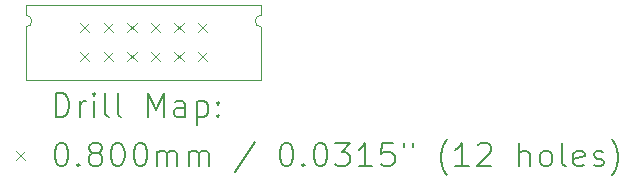
<source format=gbr>
%TF.GenerationSoftware,KiCad,Pcbnew,7.0.9*%
%TF.CreationDate,2024-04-15T16:09:05-07:00*%
%TF.ProjectId,CANBUSswitch,43414e42-5553-4737-9769-7463682e6b69,rev?*%
%TF.SameCoordinates,Original*%
%TF.FileFunction,Drillmap*%
%TF.FilePolarity,Positive*%
%FSLAX45Y45*%
G04 Gerber Fmt 4.5, Leading zero omitted, Abs format (unit mm)*
G04 Created by KiCad (PCBNEW 7.0.9) date 2024-04-15 16:09:05*
%MOMM*%
%LPD*%
G01*
G04 APERTURE LIST*
%ADD10C,0.100000*%
%ADD11C,0.200000*%
G04 APERTURE END LIST*
D10*
X18161000Y-3644900D02*
X20154900Y-3644900D01*
X20154900Y-3733800D02*
G75*
G03*
X20154900Y-3835400I0J-50800D01*
G01*
X20154900Y-3644900D02*
X20154900Y-3733800D01*
X20154900Y-4279900D02*
X18669000Y-4279900D01*
X18161000Y-4279900D02*
X18161000Y-3835400D01*
X18669000Y-4279900D02*
X18161000Y-4279900D01*
X18161000Y-3835400D02*
G75*
G03*
X18161000Y-3733800I0J50800D01*
G01*
X18161000Y-3733800D02*
X18161000Y-3644900D01*
X20154900Y-3835400D02*
X20154900Y-4279900D01*
D11*
D10*
X18619600Y-3797400D02*
X18699600Y-3877400D01*
X18699600Y-3797400D02*
X18619600Y-3877400D01*
X18619600Y-4047400D02*
X18699600Y-4127400D01*
X18699600Y-4047400D02*
X18619600Y-4127400D01*
X18819600Y-3797400D02*
X18899600Y-3877400D01*
X18899600Y-3797400D02*
X18819600Y-3877400D01*
X18819600Y-4047400D02*
X18899600Y-4127400D01*
X18899600Y-4047400D02*
X18819600Y-4127400D01*
X19019600Y-3797400D02*
X19099600Y-3877400D01*
X19099600Y-3797400D02*
X19019600Y-3877400D01*
X19019600Y-4047400D02*
X19099600Y-4127400D01*
X19099600Y-4047400D02*
X19019600Y-4127400D01*
X19219600Y-3797400D02*
X19299600Y-3877400D01*
X19299600Y-3797400D02*
X19219600Y-3877400D01*
X19219600Y-4047400D02*
X19299600Y-4127400D01*
X19299600Y-4047400D02*
X19219600Y-4127400D01*
X19419600Y-3797400D02*
X19499600Y-3877400D01*
X19499600Y-3797400D02*
X19419600Y-3877400D01*
X19419600Y-4047400D02*
X19499600Y-4127400D01*
X19499600Y-4047400D02*
X19419600Y-4127400D01*
X19619600Y-3797400D02*
X19699600Y-3877400D01*
X19699600Y-3797400D02*
X19619600Y-3877400D01*
X19619600Y-4047400D02*
X19699600Y-4127400D01*
X19699600Y-4047400D02*
X19619600Y-4127400D01*
D11*
X18416777Y-4596384D02*
X18416777Y-4396384D01*
X18416777Y-4396384D02*
X18464396Y-4396384D01*
X18464396Y-4396384D02*
X18492967Y-4405908D01*
X18492967Y-4405908D02*
X18512015Y-4424955D01*
X18512015Y-4424955D02*
X18521539Y-4444003D01*
X18521539Y-4444003D02*
X18531063Y-4482098D01*
X18531063Y-4482098D02*
X18531063Y-4510670D01*
X18531063Y-4510670D02*
X18521539Y-4548765D01*
X18521539Y-4548765D02*
X18512015Y-4567812D01*
X18512015Y-4567812D02*
X18492967Y-4586860D01*
X18492967Y-4586860D02*
X18464396Y-4596384D01*
X18464396Y-4596384D02*
X18416777Y-4596384D01*
X18616777Y-4596384D02*
X18616777Y-4463050D01*
X18616777Y-4501146D02*
X18626301Y-4482098D01*
X18626301Y-4482098D02*
X18635824Y-4472574D01*
X18635824Y-4472574D02*
X18654872Y-4463050D01*
X18654872Y-4463050D02*
X18673920Y-4463050D01*
X18740586Y-4596384D02*
X18740586Y-4463050D01*
X18740586Y-4396384D02*
X18731063Y-4405908D01*
X18731063Y-4405908D02*
X18740586Y-4415431D01*
X18740586Y-4415431D02*
X18750110Y-4405908D01*
X18750110Y-4405908D02*
X18740586Y-4396384D01*
X18740586Y-4396384D02*
X18740586Y-4415431D01*
X18864396Y-4596384D02*
X18845348Y-4586860D01*
X18845348Y-4586860D02*
X18835824Y-4567812D01*
X18835824Y-4567812D02*
X18835824Y-4396384D01*
X18969158Y-4596384D02*
X18950110Y-4586860D01*
X18950110Y-4586860D02*
X18940586Y-4567812D01*
X18940586Y-4567812D02*
X18940586Y-4396384D01*
X19197729Y-4596384D02*
X19197729Y-4396384D01*
X19197729Y-4396384D02*
X19264396Y-4539241D01*
X19264396Y-4539241D02*
X19331063Y-4396384D01*
X19331063Y-4396384D02*
X19331063Y-4596384D01*
X19512015Y-4596384D02*
X19512015Y-4491622D01*
X19512015Y-4491622D02*
X19502491Y-4472574D01*
X19502491Y-4472574D02*
X19483444Y-4463050D01*
X19483444Y-4463050D02*
X19445348Y-4463050D01*
X19445348Y-4463050D02*
X19426301Y-4472574D01*
X19512015Y-4586860D02*
X19492967Y-4596384D01*
X19492967Y-4596384D02*
X19445348Y-4596384D01*
X19445348Y-4596384D02*
X19426301Y-4586860D01*
X19426301Y-4586860D02*
X19416777Y-4567812D01*
X19416777Y-4567812D02*
X19416777Y-4548765D01*
X19416777Y-4548765D02*
X19426301Y-4529717D01*
X19426301Y-4529717D02*
X19445348Y-4520193D01*
X19445348Y-4520193D02*
X19492967Y-4520193D01*
X19492967Y-4520193D02*
X19512015Y-4510670D01*
X19607253Y-4463050D02*
X19607253Y-4663050D01*
X19607253Y-4472574D02*
X19626301Y-4463050D01*
X19626301Y-4463050D02*
X19664396Y-4463050D01*
X19664396Y-4463050D02*
X19683444Y-4472574D01*
X19683444Y-4472574D02*
X19692967Y-4482098D01*
X19692967Y-4482098D02*
X19702491Y-4501146D01*
X19702491Y-4501146D02*
X19702491Y-4558289D01*
X19702491Y-4558289D02*
X19692967Y-4577336D01*
X19692967Y-4577336D02*
X19683444Y-4586860D01*
X19683444Y-4586860D02*
X19664396Y-4596384D01*
X19664396Y-4596384D02*
X19626301Y-4596384D01*
X19626301Y-4596384D02*
X19607253Y-4586860D01*
X19788205Y-4577336D02*
X19797729Y-4586860D01*
X19797729Y-4586860D02*
X19788205Y-4596384D01*
X19788205Y-4596384D02*
X19778682Y-4586860D01*
X19778682Y-4586860D02*
X19788205Y-4577336D01*
X19788205Y-4577336D02*
X19788205Y-4596384D01*
X19788205Y-4472574D02*
X19797729Y-4482098D01*
X19797729Y-4482098D02*
X19788205Y-4491622D01*
X19788205Y-4491622D02*
X19778682Y-4482098D01*
X19778682Y-4482098D02*
X19788205Y-4472574D01*
X19788205Y-4472574D02*
X19788205Y-4491622D01*
D10*
X18076000Y-4884900D02*
X18156000Y-4964900D01*
X18156000Y-4884900D02*
X18076000Y-4964900D01*
D11*
X18454872Y-4816384D02*
X18473920Y-4816384D01*
X18473920Y-4816384D02*
X18492967Y-4825908D01*
X18492967Y-4825908D02*
X18502491Y-4835431D01*
X18502491Y-4835431D02*
X18512015Y-4854479D01*
X18512015Y-4854479D02*
X18521539Y-4892574D01*
X18521539Y-4892574D02*
X18521539Y-4940193D01*
X18521539Y-4940193D02*
X18512015Y-4978289D01*
X18512015Y-4978289D02*
X18502491Y-4997336D01*
X18502491Y-4997336D02*
X18492967Y-5006860D01*
X18492967Y-5006860D02*
X18473920Y-5016384D01*
X18473920Y-5016384D02*
X18454872Y-5016384D01*
X18454872Y-5016384D02*
X18435824Y-5006860D01*
X18435824Y-5006860D02*
X18426301Y-4997336D01*
X18426301Y-4997336D02*
X18416777Y-4978289D01*
X18416777Y-4978289D02*
X18407253Y-4940193D01*
X18407253Y-4940193D02*
X18407253Y-4892574D01*
X18407253Y-4892574D02*
X18416777Y-4854479D01*
X18416777Y-4854479D02*
X18426301Y-4835431D01*
X18426301Y-4835431D02*
X18435824Y-4825908D01*
X18435824Y-4825908D02*
X18454872Y-4816384D01*
X18607253Y-4997336D02*
X18616777Y-5006860D01*
X18616777Y-5006860D02*
X18607253Y-5016384D01*
X18607253Y-5016384D02*
X18597729Y-5006860D01*
X18597729Y-5006860D02*
X18607253Y-4997336D01*
X18607253Y-4997336D02*
X18607253Y-5016384D01*
X18731063Y-4902098D02*
X18712015Y-4892574D01*
X18712015Y-4892574D02*
X18702491Y-4883050D01*
X18702491Y-4883050D02*
X18692967Y-4864003D01*
X18692967Y-4864003D02*
X18692967Y-4854479D01*
X18692967Y-4854479D02*
X18702491Y-4835431D01*
X18702491Y-4835431D02*
X18712015Y-4825908D01*
X18712015Y-4825908D02*
X18731063Y-4816384D01*
X18731063Y-4816384D02*
X18769158Y-4816384D01*
X18769158Y-4816384D02*
X18788205Y-4825908D01*
X18788205Y-4825908D02*
X18797729Y-4835431D01*
X18797729Y-4835431D02*
X18807253Y-4854479D01*
X18807253Y-4854479D02*
X18807253Y-4864003D01*
X18807253Y-4864003D02*
X18797729Y-4883050D01*
X18797729Y-4883050D02*
X18788205Y-4892574D01*
X18788205Y-4892574D02*
X18769158Y-4902098D01*
X18769158Y-4902098D02*
X18731063Y-4902098D01*
X18731063Y-4902098D02*
X18712015Y-4911622D01*
X18712015Y-4911622D02*
X18702491Y-4921146D01*
X18702491Y-4921146D02*
X18692967Y-4940193D01*
X18692967Y-4940193D02*
X18692967Y-4978289D01*
X18692967Y-4978289D02*
X18702491Y-4997336D01*
X18702491Y-4997336D02*
X18712015Y-5006860D01*
X18712015Y-5006860D02*
X18731063Y-5016384D01*
X18731063Y-5016384D02*
X18769158Y-5016384D01*
X18769158Y-5016384D02*
X18788205Y-5006860D01*
X18788205Y-5006860D02*
X18797729Y-4997336D01*
X18797729Y-4997336D02*
X18807253Y-4978289D01*
X18807253Y-4978289D02*
X18807253Y-4940193D01*
X18807253Y-4940193D02*
X18797729Y-4921146D01*
X18797729Y-4921146D02*
X18788205Y-4911622D01*
X18788205Y-4911622D02*
X18769158Y-4902098D01*
X18931063Y-4816384D02*
X18950110Y-4816384D01*
X18950110Y-4816384D02*
X18969158Y-4825908D01*
X18969158Y-4825908D02*
X18978682Y-4835431D01*
X18978682Y-4835431D02*
X18988205Y-4854479D01*
X18988205Y-4854479D02*
X18997729Y-4892574D01*
X18997729Y-4892574D02*
X18997729Y-4940193D01*
X18997729Y-4940193D02*
X18988205Y-4978289D01*
X18988205Y-4978289D02*
X18978682Y-4997336D01*
X18978682Y-4997336D02*
X18969158Y-5006860D01*
X18969158Y-5006860D02*
X18950110Y-5016384D01*
X18950110Y-5016384D02*
X18931063Y-5016384D01*
X18931063Y-5016384D02*
X18912015Y-5006860D01*
X18912015Y-5006860D02*
X18902491Y-4997336D01*
X18902491Y-4997336D02*
X18892967Y-4978289D01*
X18892967Y-4978289D02*
X18883444Y-4940193D01*
X18883444Y-4940193D02*
X18883444Y-4892574D01*
X18883444Y-4892574D02*
X18892967Y-4854479D01*
X18892967Y-4854479D02*
X18902491Y-4835431D01*
X18902491Y-4835431D02*
X18912015Y-4825908D01*
X18912015Y-4825908D02*
X18931063Y-4816384D01*
X19121539Y-4816384D02*
X19140586Y-4816384D01*
X19140586Y-4816384D02*
X19159634Y-4825908D01*
X19159634Y-4825908D02*
X19169158Y-4835431D01*
X19169158Y-4835431D02*
X19178682Y-4854479D01*
X19178682Y-4854479D02*
X19188205Y-4892574D01*
X19188205Y-4892574D02*
X19188205Y-4940193D01*
X19188205Y-4940193D02*
X19178682Y-4978289D01*
X19178682Y-4978289D02*
X19169158Y-4997336D01*
X19169158Y-4997336D02*
X19159634Y-5006860D01*
X19159634Y-5006860D02*
X19140586Y-5016384D01*
X19140586Y-5016384D02*
X19121539Y-5016384D01*
X19121539Y-5016384D02*
X19102491Y-5006860D01*
X19102491Y-5006860D02*
X19092967Y-4997336D01*
X19092967Y-4997336D02*
X19083444Y-4978289D01*
X19083444Y-4978289D02*
X19073920Y-4940193D01*
X19073920Y-4940193D02*
X19073920Y-4892574D01*
X19073920Y-4892574D02*
X19083444Y-4854479D01*
X19083444Y-4854479D02*
X19092967Y-4835431D01*
X19092967Y-4835431D02*
X19102491Y-4825908D01*
X19102491Y-4825908D02*
X19121539Y-4816384D01*
X19273920Y-5016384D02*
X19273920Y-4883050D01*
X19273920Y-4902098D02*
X19283444Y-4892574D01*
X19283444Y-4892574D02*
X19302491Y-4883050D01*
X19302491Y-4883050D02*
X19331063Y-4883050D01*
X19331063Y-4883050D02*
X19350110Y-4892574D01*
X19350110Y-4892574D02*
X19359634Y-4911622D01*
X19359634Y-4911622D02*
X19359634Y-5016384D01*
X19359634Y-4911622D02*
X19369158Y-4892574D01*
X19369158Y-4892574D02*
X19388205Y-4883050D01*
X19388205Y-4883050D02*
X19416777Y-4883050D01*
X19416777Y-4883050D02*
X19435825Y-4892574D01*
X19435825Y-4892574D02*
X19445348Y-4911622D01*
X19445348Y-4911622D02*
X19445348Y-5016384D01*
X19540586Y-5016384D02*
X19540586Y-4883050D01*
X19540586Y-4902098D02*
X19550110Y-4892574D01*
X19550110Y-4892574D02*
X19569158Y-4883050D01*
X19569158Y-4883050D02*
X19597729Y-4883050D01*
X19597729Y-4883050D02*
X19616777Y-4892574D01*
X19616777Y-4892574D02*
X19626301Y-4911622D01*
X19626301Y-4911622D02*
X19626301Y-5016384D01*
X19626301Y-4911622D02*
X19635825Y-4892574D01*
X19635825Y-4892574D02*
X19654872Y-4883050D01*
X19654872Y-4883050D02*
X19683444Y-4883050D01*
X19683444Y-4883050D02*
X19702491Y-4892574D01*
X19702491Y-4892574D02*
X19712015Y-4911622D01*
X19712015Y-4911622D02*
X19712015Y-5016384D01*
X20102491Y-4806860D02*
X19931063Y-5064003D01*
X20359634Y-4816384D02*
X20378682Y-4816384D01*
X20378682Y-4816384D02*
X20397729Y-4825908D01*
X20397729Y-4825908D02*
X20407253Y-4835431D01*
X20407253Y-4835431D02*
X20416777Y-4854479D01*
X20416777Y-4854479D02*
X20426301Y-4892574D01*
X20426301Y-4892574D02*
X20426301Y-4940193D01*
X20426301Y-4940193D02*
X20416777Y-4978289D01*
X20416777Y-4978289D02*
X20407253Y-4997336D01*
X20407253Y-4997336D02*
X20397729Y-5006860D01*
X20397729Y-5006860D02*
X20378682Y-5016384D01*
X20378682Y-5016384D02*
X20359634Y-5016384D01*
X20359634Y-5016384D02*
X20340587Y-5006860D01*
X20340587Y-5006860D02*
X20331063Y-4997336D01*
X20331063Y-4997336D02*
X20321539Y-4978289D01*
X20321539Y-4978289D02*
X20312015Y-4940193D01*
X20312015Y-4940193D02*
X20312015Y-4892574D01*
X20312015Y-4892574D02*
X20321539Y-4854479D01*
X20321539Y-4854479D02*
X20331063Y-4835431D01*
X20331063Y-4835431D02*
X20340587Y-4825908D01*
X20340587Y-4825908D02*
X20359634Y-4816384D01*
X20512015Y-4997336D02*
X20521539Y-5006860D01*
X20521539Y-5006860D02*
X20512015Y-5016384D01*
X20512015Y-5016384D02*
X20502491Y-5006860D01*
X20502491Y-5006860D02*
X20512015Y-4997336D01*
X20512015Y-4997336D02*
X20512015Y-5016384D01*
X20645348Y-4816384D02*
X20664396Y-4816384D01*
X20664396Y-4816384D02*
X20683444Y-4825908D01*
X20683444Y-4825908D02*
X20692968Y-4835431D01*
X20692968Y-4835431D02*
X20702491Y-4854479D01*
X20702491Y-4854479D02*
X20712015Y-4892574D01*
X20712015Y-4892574D02*
X20712015Y-4940193D01*
X20712015Y-4940193D02*
X20702491Y-4978289D01*
X20702491Y-4978289D02*
X20692968Y-4997336D01*
X20692968Y-4997336D02*
X20683444Y-5006860D01*
X20683444Y-5006860D02*
X20664396Y-5016384D01*
X20664396Y-5016384D02*
X20645348Y-5016384D01*
X20645348Y-5016384D02*
X20626301Y-5006860D01*
X20626301Y-5006860D02*
X20616777Y-4997336D01*
X20616777Y-4997336D02*
X20607253Y-4978289D01*
X20607253Y-4978289D02*
X20597729Y-4940193D01*
X20597729Y-4940193D02*
X20597729Y-4892574D01*
X20597729Y-4892574D02*
X20607253Y-4854479D01*
X20607253Y-4854479D02*
X20616777Y-4835431D01*
X20616777Y-4835431D02*
X20626301Y-4825908D01*
X20626301Y-4825908D02*
X20645348Y-4816384D01*
X20778682Y-4816384D02*
X20902491Y-4816384D01*
X20902491Y-4816384D02*
X20835825Y-4892574D01*
X20835825Y-4892574D02*
X20864396Y-4892574D01*
X20864396Y-4892574D02*
X20883444Y-4902098D01*
X20883444Y-4902098D02*
X20892968Y-4911622D01*
X20892968Y-4911622D02*
X20902491Y-4930670D01*
X20902491Y-4930670D02*
X20902491Y-4978289D01*
X20902491Y-4978289D02*
X20892968Y-4997336D01*
X20892968Y-4997336D02*
X20883444Y-5006860D01*
X20883444Y-5006860D02*
X20864396Y-5016384D01*
X20864396Y-5016384D02*
X20807253Y-5016384D01*
X20807253Y-5016384D02*
X20788206Y-5006860D01*
X20788206Y-5006860D02*
X20778682Y-4997336D01*
X21092968Y-5016384D02*
X20978682Y-5016384D01*
X21035825Y-5016384D02*
X21035825Y-4816384D01*
X21035825Y-4816384D02*
X21016777Y-4844955D01*
X21016777Y-4844955D02*
X20997729Y-4864003D01*
X20997729Y-4864003D02*
X20978682Y-4873527D01*
X21273920Y-4816384D02*
X21178682Y-4816384D01*
X21178682Y-4816384D02*
X21169158Y-4911622D01*
X21169158Y-4911622D02*
X21178682Y-4902098D01*
X21178682Y-4902098D02*
X21197729Y-4892574D01*
X21197729Y-4892574D02*
X21245349Y-4892574D01*
X21245349Y-4892574D02*
X21264396Y-4902098D01*
X21264396Y-4902098D02*
X21273920Y-4911622D01*
X21273920Y-4911622D02*
X21283444Y-4930670D01*
X21283444Y-4930670D02*
X21283444Y-4978289D01*
X21283444Y-4978289D02*
X21273920Y-4997336D01*
X21273920Y-4997336D02*
X21264396Y-5006860D01*
X21264396Y-5006860D02*
X21245349Y-5016384D01*
X21245349Y-5016384D02*
X21197729Y-5016384D01*
X21197729Y-5016384D02*
X21178682Y-5006860D01*
X21178682Y-5006860D02*
X21169158Y-4997336D01*
X21359634Y-4816384D02*
X21359634Y-4854479D01*
X21435825Y-4816384D02*
X21435825Y-4854479D01*
X21731063Y-5092574D02*
X21721539Y-5083050D01*
X21721539Y-5083050D02*
X21702491Y-5054479D01*
X21702491Y-5054479D02*
X21692968Y-5035431D01*
X21692968Y-5035431D02*
X21683444Y-5006860D01*
X21683444Y-5006860D02*
X21673920Y-4959241D01*
X21673920Y-4959241D02*
X21673920Y-4921146D01*
X21673920Y-4921146D02*
X21683444Y-4873527D01*
X21683444Y-4873527D02*
X21692968Y-4844955D01*
X21692968Y-4844955D02*
X21702491Y-4825908D01*
X21702491Y-4825908D02*
X21721539Y-4797336D01*
X21721539Y-4797336D02*
X21731063Y-4787812D01*
X21912015Y-5016384D02*
X21797730Y-5016384D01*
X21854872Y-5016384D02*
X21854872Y-4816384D01*
X21854872Y-4816384D02*
X21835825Y-4844955D01*
X21835825Y-4844955D02*
X21816777Y-4864003D01*
X21816777Y-4864003D02*
X21797730Y-4873527D01*
X21988206Y-4835431D02*
X21997730Y-4825908D01*
X21997730Y-4825908D02*
X22016777Y-4816384D01*
X22016777Y-4816384D02*
X22064396Y-4816384D01*
X22064396Y-4816384D02*
X22083444Y-4825908D01*
X22083444Y-4825908D02*
X22092968Y-4835431D01*
X22092968Y-4835431D02*
X22102491Y-4854479D01*
X22102491Y-4854479D02*
X22102491Y-4873527D01*
X22102491Y-4873527D02*
X22092968Y-4902098D01*
X22092968Y-4902098D02*
X21978682Y-5016384D01*
X21978682Y-5016384D02*
X22102491Y-5016384D01*
X22340587Y-5016384D02*
X22340587Y-4816384D01*
X22426301Y-5016384D02*
X22426301Y-4911622D01*
X22426301Y-4911622D02*
X22416777Y-4892574D01*
X22416777Y-4892574D02*
X22397730Y-4883050D01*
X22397730Y-4883050D02*
X22369158Y-4883050D01*
X22369158Y-4883050D02*
X22350111Y-4892574D01*
X22350111Y-4892574D02*
X22340587Y-4902098D01*
X22550110Y-5016384D02*
X22531063Y-5006860D01*
X22531063Y-5006860D02*
X22521539Y-4997336D01*
X22521539Y-4997336D02*
X22512015Y-4978289D01*
X22512015Y-4978289D02*
X22512015Y-4921146D01*
X22512015Y-4921146D02*
X22521539Y-4902098D01*
X22521539Y-4902098D02*
X22531063Y-4892574D01*
X22531063Y-4892574D02*
X22550110Y-4883050D01*
X22550110Y-4883050D02*
X22578682Y-4883050D01*
X22578682Y-4883050D02*
X22597730Y-4892574D01*
X22597730Y-4892574D02*
X22607253Y-4902098D01*
X22607253Y-4902098D02*
X22616777Y-4921146D01*
X22616777Y-4921146D02*
X22616777Y-4978289D01*
X22616777Y-4978289D02*
X22607253Y-4997336D01*
X22607253Y-4997336D02*
X22597730Y-5006860D01*
X22597730Y-5006860D02*
X22578682Y-5016384D01*
X22578682Y-5016384D02*
X22550110Y-5016384D01*
X22731063Y-5016384D02*
X22712015Y-5006860D01*
X22712015Y-5006860D02*
X22702491Y-4987812D01*
X22702491Y-4987812D02*
X22702491Y-4816384D01*
X22883444Y-5006860D02*
X22864396Y-5016384D01*
X22864396Y-5016384D02*
X22826301Y-5016384D01*
X22826301Y-5016384D02*
X22807253Y-5006860D01*
X22807253Y-5006860D02*
X22797730Y-4987812D01*
X22797730Y-4987812D02*
X22797730Y-4911622D01*
X22797730Y-4911622D02*
X22807253Y-4892574D01*
X22807253Y-4892574D02*
X22826301Y-4883050D01*
X22826301Y-4883050D02*
X22864396Y-4883050D01*
X22864396Y-4883050D02*
X22883444Y-4892574D01*
X22883444Y-4892574D02*
X22892968Y-4911622D01*
X22892968Y-4911622D02*
X22892968Y-4930670D01*
X22892968Y-4930670D02*
X22797730Y-4949717D01*
X22969158Y-5006860D02*
X22988206Y-5016384D01*
X22988206Y-5016384D02*
X23026301Y-5016384D01*
X23026301Y-5016384D02*
X23045349Y-5006860D01*
X23045349Y-5006860D02*
X23054872Y-4987812D01*
X23054872Y-4987812D02*
X23054872Y-4978289D01*
X23054872Y-4978289D02*
X23045349Y-4959241D01*
X23045349Y-4959241D02*
X23026301Y-4949717D01*
X23026301Y-4949717D02*
X22997730Y-4949717D01*
X22997730Y-4949717D02*
X22978682Y-4940193D01*
X22978682Y-4940193D02*
X22969158Y-4921146D01*
X22969158Y-4921146D02*
X22969158Y-4911622D01*
X22969158Y-4911622D02*
X22978682Y-4892574D01*
X22978682Y-4892574D02*
X22997730Y-4883050D01*
X22997730Y-4883050D02*
X23026301Y-4883050D01*
X23026301Y-4883050D02*
X23045349Y-4892574D01*
X23121539Y-5092574D02*
X23131063Y-5083050D01*
X23131063Y-5083050D02*
X23150111Y-5054479D01*
X23150111Y-5054479D02*
X23159634Y-5035431D01*
X23159634Y-5035431D02*
X23169158Y-5006860D01*
X23169158Y-5006860D02*
X23178682Y-4959241D01*
X23178682Y-4959241D02*
X23178682Y-4921146D01*
X23178682Y-4921146D02*
X23169158Y-4873527D01*
X23169158Y-4873527D02*
X23159634Y-4844955D01*
X23159634Y-4844955D02*
X23150111Y-4825908D01*
X23150111Y-4825908D02*
X23131063Y-4797336D01*
X23131063Y-4797336D02*
X23121539Y-4787812D01*
M02*

</source>
